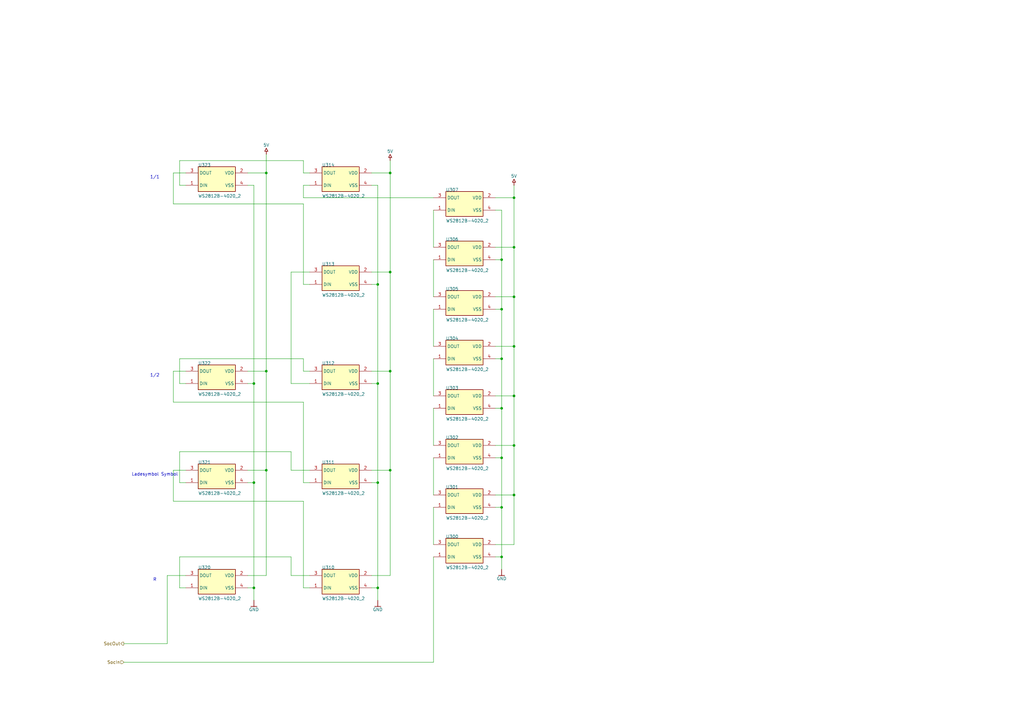
<source format=kicad_sch>
(kicad_sch (version 20231120) (generator "eeschema") (generator_version "8.0")
  (paper "A3")
  (lib_symbols
    (symbol "Speedometer_Tech-altium-import:5V_ARROW" (power)
      (property "Reference" "#PWR" (at 0 0 0))
      (property "Value" "5V" (at 0 3.81 0))
      (symbol "5V_ARROW_0_0"
        (polyline (pts (xy 0 0) (xy 0 -1.27)) (stroke (width 0.254)))
        (polyline (pts (xy -0.635 -1.27) (xy 0.635 -1.27) (xy 0 -2.54) (xy -0.635 -1.27)) (stroke (width 0.254)))
        (pin power_in line (at 0 0 0) (length 0) hide (name "5V") (number ""))
      )
    )
    (symbol "Speedometer_Tech-altium-import:Designator_0_WS2812B-4020_2"
      (symbol "Designator_0_WS2812B-4020_2_1_0"
        (rectangle (start 7.62 5.08) (end -7.62 -5.08) (stroke (width 0.254) (color 128 0 0 1)) (fill (type background)))
        (pin input line (at -12.7 -2.54 0) (length 5.08) (name "DIN") (number "1"))
        (pin power_in line (at 12.7 2.54 180) (length 5.08) (name "VDD") (number "2"))
        (pin output line (at -12.7 2.54 0) (length 5.08) (name "DOUT") (number "3"))
        (pin power_in line (at 12.7 -2.54 180) (length 5.08) (name "VSS") (number "4"))
      )
    )
    (symbol "Speedometer_Tech-altium-import:GND_BAR" (power)
      (property "Reference" "#PWR" (at 0 0 0))
      (property "Value" "GND" (at 0 3.81 0))
      (symbol "GND_BAR_0_0"
        (polyline (pts (xy -1.27 -2.54) (xy 1.27 -2.54)) (stroke (width 0.254)))
        (polyline (pts (xy 0 0) (xy 0 -2.54)) (stroke (width 0.254)))
        (pin power_in line (at 0 0 0) (length 0) hide (name "GND") (number ""))
      )
    )
  )
  (junction (at 154.94 197.9422))
  (junction (at 210.82 81.1022))
  (junction (at 205.74 106.5022))
  (junction (at 154.94 116.6622))
  (junction (at 210.82 101.4222))
  (junction (at 109.22 152.2222))
  (junction (at 205.74 147.1422))
  (junction (at 205.74 208.1022))
  (junction (at 205.74 228.4222))
  (junction (at 205.74 187.7822))
  (junction (at 160.02 152.2222))
  (junction (at 205.74 126.8222))
  (junction (at 104.14 157.3022))
  (junction (at 154.94 157.3022))
  (junction (at 210.82 182.7022))
  (junction (at 160.02 70.9422))
  (junction (at 210.82 203.0222))
  (junction (at 160.02 192.8622))
  (junction (at 210.82 162.3822))
  (junction (at 104.14 197.9422))
  (junction (at 210.82 142.0622))
  (junction (at 210.82 121.7422))
  (junction (at 104.14 241.1222))
  (junction (at 154.94 241.1222))
  (junction (at 160.02 111.5822))
  (junction (at 109.22 192.8622))
  (junction (at 205.74 167.4622))
  (junction (at 109.22 70.9422))
  (wire (pts (xy 152.4 197.9422) (xy 154.94 197.9422)))
  (wire (pts (xy 124.46 116.6622) (xy 127 116.6622)))
  (wire (pts (xy 101.6 197.9422) (xy 104.14 197.9422)))
  (wire (pts (xy 124.46 197.9422) (xy 127 197.9422)))
  (wire (pts (xy 101.6 76.0222) (xy 104.14 76.0222)))
  (wire (pts (xy 177.8 81.1022) (xy 124.46 81.1022)))
  (wire (pts (xy 203.2 81.1022) (xy 210.82 81.1022)))
  (wire (pts (xy 203.2 106.5022) (xy 205.74 106.5022)))
  (wire (pts (xy 119.38 192.8622) (xy 119.38 185.2422)))
  (wire (pts (xy 152.4 76.0222) (xy 154.94 76.0222)))
  (wire (pts (xy 154.94 157.3022) (xy 154.94 197.9422)))
  (wire (pts (xy 124.46 205.5622) (xy 124.46 241.1222)))
  (wire (pts (xy 205.74 106.5022) (xy 205.74 86.1822)))
  (wire (pts (xy 124.46 76.0222) (xy 127 76.0222)))
  (wire (pts (xy 177.8 203.0222) (xy 177.8 187.7822)))
  (wire (pts (xy 124.46 81.1022) (xy 124.46 76.0222)))
  (wire (pts (xy 124.46 70.9422) (xy 124.46 65.8622)))
  (wire (pts (xy 104.14 241.1222) (xy 104.14 246.2022)))
  (wire (pts (xy 210.82 101.4222) (xy 210.82 81.1022)))
  (wire (pts (xy 101.6 70.9422) (xy 109.22 70.9422)))
  (wire (pts (xy 73.66 76.0222) (xy 76.2 76.0222)))
  (wire (pts (xy 205.74 147.1422) (xy 205.74 126.8222)))
  (wire (pts (xy 177.8 167.4622) (xy 177.8 182.7022)))
  (wire (pts (xy 73.66 241.1222) (xy 76.2 241.1222)))
  (wire (pts (xy 73.66 197.9422) (xy 76.2 197.9422)))
  (wire (pts (xy 205.74 86.1822) (xy 203.2 86.1822)))
  (wire (pts (xy 119.38 185.2422) (xy 73.66 185.2422)))
  (wire (pts (xy 124.46 65.8622) (xy 73.66 65.8622)))
  (wire (pts (xy 152.4 192.8622) (xy 160.02 192.8622)))
  (wire (pts (xy 76.2 236.0422) (xy 68.58 236.0422)))
  (wire (pts (xy 177.8 126.8222) (xy 177.8 142.0622)))
  (wire (pts (xy 203.2 162.3822) (xy 210.82 162.3822)))
  (wire (pts (xy 203.2 101.4222) (xy 210.82 101.4222)))
  (wire (pts (xy 73.66 147.1422) (xy 73.66 157.3022)))
  (wire (pts (xy 152.4 111.5822) (xy 160.02 111.5822)))
  (wire (pts (xy 119.38 157.3022) (xy 127 157.3022)))
  (wire (pts (xy 71.12 192.8622) (xy 71.12 205.5622)))
  (wire (pts (xy 210.82 81.1022) (xy 210.82 76.0222)))
  (wire (pts (xy 205.74 233.5022) (xy 205.74 228.4222)))
  (wire (pts (xy 203.2 126.8222) (xy 205.74 126.8222)))
  (wire (pts (xy 160.02 192.8622) (xy 160.02 236.0422)))
  (wire (pts (xy 210.82 223.3422) (xy 210.82 203.0222)))
  (wire (pts (xy 210.82 121.7422) (xy 210.82 101.4222)))
  (wire (pts (xy 152.4 157.3022) (xy 154.94 157.3022)))
  (wire (pts (xy 203.2 223.3422) (xy 210.82 223.3422)))
  (wire (pts (xy 152.4 152.2222) (xy 160.02 152.2222)))
  (wire (pts (xy 205.74 187.7822) (xy 205.74 167.4622)))
  (wire (pts (xy 205.74 167.4622) (xy 205.74 147.1422)))
  (wire (pts (xy 210.82 142.0622) (xy 210.82 121.7422)))
  (wire (pts (xy 101.6 241.1222) (xy 104.14 241.1222)))
  (wire (pts (xy 104.14 157.3022) (xy 104.14 197.9422)))
  (wire (pts (xy 109.22 70.9422) (xy 109.22 152.2222)))
  (wire (pts (xy 152.4 70.9422) (xy 160.02 70.9422)))
  (wire (pts (xy 203.2 203.0222) (xy 210.82 203.0222)))
  (wire (pts (xy 154.94 241.1222) (xy 154.94 246.2022)))
  (wire (pts (xy 119.38 111.5822) (xy 119.38 157.3022)))
  (wire (pts (xy 203.2 167.4622) (xy 205.74 167.4622)))
  (wire (pts (xy 160.02 152.2222) (xy 160.02 192.8622)))
  (wire (pts (xy 73.66 228.4222) (xy 73.66 241.1222)))
  (wire (pts (xy 71.12 205.5622) (xy 124.46 205.5622)))
  (wire (pts (xy 119.38 228.4222) (xy 73.66 228.4222)))
  (wire (pts (xy 109.22 152.2222) (xy 109.22 192.8622)))
  (wire (pts (xy 124.46 152.2222) (xy 124.46 147.1422)))
  (wire (pts (xy 104.14 76.0222) (xy 104.14 157.3022)))
  (wire (pts (xy 177.8 228.4222) (xy 177.8 271.6022)))
  (wire (pts (xy 177.8 101.4222) (xy 177.8 86.1822)))
  (wire (pts (xy 154.94 76.0222) (xy 154.94 116.6622)))
  (wire (pts (xy 203.2 182.7022) (xy 210.82 182.7022)))
  (wire (pts (xy 210.82 182.7022) (xy 210.82 162.3822)))
  (wire (pts (xy 127 192.8622) (xy 119.38 192.8622)))
  (wire (pts (xy 127 152.2222) (xy 124.46 152.2222)))
  (wire (pts (xy 177.8 208.1022) (xy 177.8 223.3422)))
  (wire (pts (xy 160.02 70.9422) (xy 160.02 65.8622)))
  (wire (pts (xy 210.82 203.0222) (xy 210.82 182.7022)))
  (wire (pts (xy 160.02 236.0422) (xy 152.4 236.0422)))
  (wire (pts (xy 127 70.9422) (xy 124.46 70.9422)))
  (wire (pts (xy 203.2 208.1022) (xy 205.74 208.1022)))
  (wire (pts (xy 160.02 111.5822) (xy 160.02 152.2222)))
  (wire (pts (xy 68.58 263.9822) (xy 50.8 263.9822)))
  (wire (pts (xy 109.22 192.8622) (xy 109.22 236.0422)))
  (wire (pts (xy 71.12 164.9222) (xy 124.46 164.9222)))
  (wire (pts (xy 152.4 241.1222) (xy 154.94 241.1222)))
  (wire (pts (xy 152.4 116.6622) (xy 154.94 116.6622)))
  (wire (pts (xy 124.46 241.1222) (xy 127 241.1222)))
  (wire (pts (xy 205.74 126.8222) (xy 205.74 106.5022)))
  (wire (pts (xy 210.82 162.3822) (xy 210.82 142.0622)))
  (wire (pts (xy 154.94 116.6622) (xy 154.94 157.3022)))
  (wire (pts (xy 71.12 152.2222) (xy 71.12 164.9222)))
  (wire (pts (xy 127 111.5822) (xy 119.38 111.5822)))
  (wire (pts (xy 73.66 185.2422) (xy 73.66 197.9422)))
  (wire (pts (xy 154.94 197.9422) (xy 154.94 241.1222)))
  (wire (pts (xy 101.6 152.2222) (xy 109.22 152.2222)))
  (wire (pts (xy 73.66 65.8622) (xy 73.66 76.0222)))
  (wire (pts (xy 203.2 187.7822) (xy 205.74 187.7822)))
  (wire (pts (xy 177.8 147.1422) (xy 177.8 162.3822)))
  (wire (pts (xy 68.58 236.0422) (xy 68.58 263.9822)))
  (wire (pts (xy 177.8 106.5022) (xy 177.8 121.7422)))
  (wire (pts (xy 109.22 236.0422) (xy 101.6 236.0422)))
  (wire (pts (xy 124.46 147.1422) (xy 73.66 147.1422)))
  (wire (pts (xy 177.8 271.6022) (xy 50.8 271.6022)))
  (wire (pts (xy 104.14 197.9422) (xy 104.14 241.1222)))
  (wire (pts (xy 124.46 83.6422) (xy 124.46 116.6622)))
  (wire (pts (xy 71.12 70.9422) (xy 71.12 83.6422)))
  (wire (pts (xy 73.66 157.3022) (xy 76.2 157.3022)))
  (wire (pts (xy 205.74 208.1022) (xy 205.74 187.7822)))
  (wire (pts (xy 203.2 121.7422) (xy 210.82 121.7422)))
  (wire (pts (xy 119.38 236.0422) (xy 119.38 228.4222)))
  (wire (pts (xy 109.22 70.9422) (xy 109.22 63.3222)))
  (wire (pts (xy 124.46 164.9222) (xy 124.46 197.9422)))
  (wire (pts (xy 127 236.0422) (xy 119.38 236.0422)))
  (wire (pts (xy 160.02 70.9422) (xy 160.02 111.5822)))
  (wire (pts (xy 76.2 192.8622) (xy 71.12 192.8622)))
  (wire (pts (xy 71.12 83.6422) (xy 124.46 83.6422)))
  (wire (pts (xy 203.2 228.4222) (xy 205.74 228.4222)))
  (wire (pts (xy 76.2 152.2222) (xy 71.12 152.2222)))
  (wire (pts (xy 205.74 228.4222) (xy 205.74 208.1022)))
  (wire (pts (xy 101.6 192.8622) (xy 109.22 192.8622)))
  (wire (pts (xy 76.2 70.9422) (xy 71.12 70.9422)))
  (wire (pts (xy 101.6 157.3022) (xy 104.14 157.3022)))
  (wire (pts (xy 203.2 147.1422) (xy 205.74 147.1422)))
  (wire (pts (xy 203.2 142.0622) (xy 210.82 142.0622)))
  (text "R" (at 63.5 238.5822 0) (effects (font (size 1.27 1.27)) (justify bottom)))
  (text "1/2" (at 63.5 154.7622 0) (effects (font (size 1.27 1.27)) (justify bottom)))
  (text "1/1" (at 63.5 73.4822 0) (effects (font (size 1.27 1.27)) (justify bottom)))
  (text "Ladesymbol Symbol" (at 63.5 195.4022 0) (effects (font (size 1.27 1.27)) (justify bottom)))
  (hierarchical_label "SocOut" (shape output) (at 50.8 263.9822 180))
  (hierarchical_label "SocIn" (shape input) (at 50.8 271.6022 180))
  (symbol (lib_id "Speedometer_Tech-altium-import:Designator_0_WS2812B-4020_2") (at 139.7 238.5822 0) (unit 1)
    (property "Reference" "U310" (at 132.08 233.5022 0) (effects (justify left bottom)))
    (property "Value" "WS2812B-4020_2" (at 132.08 246.2022 0) (effects (justify left bottom)))
    (property "Footprint" "LED_WS2812B-4020" (effects (hide yes)))
    (property "Description" "12mA RGB SMD,2x4mm Light Emitting Diodes" (effects (hide yes)))
    (property "PRICE" "None" (effects (hide yes)))
    (property "MP" "WS2812B-4020" (effects (hide yes)))
    (property "AVAILABILITY" "Not in stock" (effects (hide yes)))
    (property "SNAPEDA_LINK" "https://www.snapeda.com/parts/WS2812B-4020/Worldsemi/view-part/?ref=snap" (effects (hide yes)))
    (property "CHECK_PRICES" "https://www.snapeda.com/parts/WS2812B-4020/Worldsemi/view-part/?ref=eda" (effects (hide yes)))
    (property "ALTIUM_VALUE" "*" (effects (hide yes)))
    (property "PACKAGE" "Package" (effects (hide yes)))
    (property "MF" "Worldsemi" (effects (hide yes)))
  )
  (symbol (lib_id "Speedometer_Tech-altium-import:GND_BAR") (at 205.74 233.5022 0) (unit 1)
    (property "Reference" "#PWR?" (effects (hide yes)))
    (property "Value" "GND" (at 205.74 237.3122 0))
  )
  (symbol (lib_id "Speedometer_Tech-altium-import:5V_ARROW") (at 109.22 63.3222 180) (unit 1)
    (property "Reference" "#PWR?" (effects (hide yes)))
    (property "Value" "5V" (at 109.22 59.5122 0))
  )
  (symbol (lib_id "Speedometer_Tech-altium-import:Designator_0_WS2812B-4020_2") (at 190.5 185.2422 0) (unit 1)
    (property "Reference" "U302" (at 182.88 180.1622 0) (effects (justify left bottom)))
    (property "Value" "WS2812B-4020_2" (at 182.88 192.8622 0) (effects (justify left bottom)))
    (property "Footprint" "LED_WS2812B-4020" (effects (hide yes)))
    (property "Description" "12mA RGB SMD,2x4mm Light Emitting Diodes" (effects (hide yes)))
    (property "PRICE" "None" (effects (hide yes)))
    (property "MP" "WS2812B-4020" (effects (hide yes)))
    (property "AVAILABILITY" "Not in stock" (effects (hide yes)))
    (property "SNAPEDA_LINK" "https://www.snapeda.com/parts/WS2812B-4020/Worldsemi/view-part/?ref=snap" (effects (hide yes)))
    (property "CHECK_PRICES" "https://www.snapeda.com/parts/WS2812B-4020/Worldsemi/view-part/?ref=eda" (effects (hide yes)))
    (property "ALTIUM_VALUE" "*" (effects (hide yes)))
    (property "PACKAGE" "Package" (effects (hide yes)))
    (property "MF" "Worldsemi" (effects (hide yes)))
  )
  (symbol (lib_id "Speedometer_Tech-altium-import:Designator_0_WS2812B-4020_2") (at 139.7 114.1222 0) (unit 1)
    (property "Reference" "U313" (at 132.08 109.0422 0) (effects (justify left bottom)))
    (property "Value" "WS2812B-4020_2" (at 132.08 121.7422 0) (effects (justify left bottom)))
    (property "Footprint" "LED_WS2812B-4020" (effects (hide yes)))
    (property "Description" "12mA RGB SMD,2x4mm Light Emitting Diodes" (effects (hide yes)))
    (property "PRICE" "None" (effects (hide yes)))
    (property "MP" "WS2812B-4020" (effects (hide yes)))
    (property "AVAILABILITY" "Not in stock" (effects (hide yes)))
    (property "SNAPEDA_LINK" "https://www.snapeda.com/parts/WS2812B-4020/Worldsemi/view-part/?ref=snap" (effects (hide yes)))
    (property "CHECK_PRICES" "https://www.snapeda.com/parts/WS2812B-4020/Worldsemi/view-part/?ref=eda" (effects (hide yes)))
    (property "ALTIUM_VALUE" "*" (effects (hide yes)))
    (property "PACKAGE" "Package" (effects (hide yes)))
    (property "MF" "Worldsemi" (effects (hide yes)))
  )
  (symbol (lib_id "Speedometer_Tech-altium-import:Designator_0_WS2812B-4020_2") (at 190.5 83.6422 0) (unit 1)
    (property "Reference" "U307" (at 182.88 78.5622 0) (effects (justify left bottom)))
    (property "Value" "WS2812B-4020_2" (at 182.88 91.2622 0) (effects (justify left bottom)))
    (property "Footprint" "LED_WS2812B-4020" (effects (hide yes)))
    (property "Description" "12mA RGB SMD,2x4mm Light Emitting Diodes" (effects (hide yes)))
    (property "PRICE" "None" (effects (hide yes)))
    (property "MP" "WS2812B-4020" (effects (hide yes)))
    (property "AVAILABILITY" "Not in stock" (effects (hide yes)))
    (property "SNAPEDA_LINK" "https://www.snapeda.com/parts/WS2812B-4020/Worldsemi/view-part/?ref=snap" (effects (hide yes)))
    (property "CHECK_PRICES" "https://www.snapeda.com/parts/WS2812B-4020/Worldsemi/view-part/?ref=eda" (effects (hide yes)))
    (property "ALTIUM_VALUE" "*" (effects (hide yes)))
    (property "PACKAGE" "Package" (effects (hide yes)))
    (property "MF" "Worldsemi" (effects (hide yes)))
  )
  (symbol (lib_id "Speedometer_Tech-altium-import:Designator_0_WS2812B-4020_2") (at 88.9 154.7622 0) (unit 1)
    (property "Reference" "U322" (at 81.28 149.6822 0) (effects (justify left bottom)))
    (property "Value" "WS2812B-4020_2" (at 81.28 162.3822 0) (effects (justify left bottom)))
    (property "Footprint" "LED_WS2812B-4020" (effects (hide yes)))
    (property "Description" "12mA RGB SMD,2x4mm Light Emitting Diodes" (effects (hide yes)))
    (property "PRICE" "None" (effects (hide yes)))
    (property "MP" "WS2812B-4020" (effects (hide yes)))
    (property "AVAILABILITY" "Not in stock" (effects (hide yes)))
    (property "SNAPEDA_LINK" "https://www.snapeda.com/parts/WS2812B-4020/Worldsemi/view-part/?ref=snap" (effects (hide yes)))
    (property "CHECK_PRICES" "https://www.snapeda.com/parts/WS2812B-4020/Worldsemi/view-part/?ref=eda" (effects (hide yes)))
    (property "ALTIUM_VALUE" "*" (effects (hide yes)))
    (property "PACKAGE" "Package" (effects (hide yes)))
    (property "MF" "Worldsemi" (effects (hide yes)))
  )
  (symbol (lib_id "Speedometer_Tech-altium-import:Designator_0_WS2812B-4020_2") (at 139.7 195.4022 0) (unit 1)
    (property "Reference" "U311" (at 132.08 190.3222 0) (effects (justify left bottom)))
    (property "Value" "WS2812B-4020_2" (at 132.08 203.0222 0) (effects (justify left bottom)))
    (property "Footprint" "LED_WS2812B-4020" (effects (hide yes)))
    (property "Description" "12mA RGB SMD,2x4mm Light Emitting Diodes" (effects (hide yes)))
    (property "PRICE" "None" (effects (hide yes)))
    (property "MP" "WS2812B-4020" (effects (hide yes)))
    (property "AVAILABILITY" "Not in stock" (effects (hide yes)))
    (property "SNAPEDA_LINK" "https://www.snapeda.com/parts/WS2812B-4020/Worldsemi/view-part/?ref=snap" (effects (hide yes)))
    (property "CHECK_PRICES" "https://www.snapeda.com/parts/WS2812B-4020/Worldsemi/view-part/?ref=eda" (effects (hide yes)))
    (property "ALTIUM_VALUE" "*" (effects (hide yes)))
    (property "PACKAGE" "Package" (effects (hide yes)))
    (property "MF" "Worldsemi" (effects (hide yes)))
  )
  (symbol (lib_id "Speedometer_Tech-altium-import:Designator_0_WS2812B-4020_2") (at 88.9 195.4022 0) (unit 1)
    (property "Reference" "U321" (at 81.28 190.3222 0) (effects (justify left bottom)))
    (property "Value" "WS2812B-4020_2" (at 81.28 203.0222 0) (effects (justify left bottom)))
    (property "Footprint" "LED_WS2812B-4020" (effects (hide yes)))
    (property "Description" "12mA RGB SMD,2x4mm Light Emitting Diodes" (effects (hide yes)))
    (property "PRICE" "None" (effects (hide yes)))
    (property "MP" "WS2812B-4020" (effects (hide yes)))
    (property "AVAILABILITY" "Not in stock" (effects (hide yes)))
    (property "SNAPEDA_LINK" "https://www.snapeda.com/parts/WS2812B-4020/Worldsemi/view-part/?ref=snap" (effects (hide yes)))
    (property "CHECK_PRICES" "https://www.snapeda.com/parts/WS2812B-4020/Worldsemi/view-part/?ref=eda" (effects (hide yes)))
    (property "ALTIUM_VALUE" "*" (effects (hide yes)))
    (property "PACKAGE" "Package" (effects (hide yes)))
    (property "MF" "Worldsemi" (effects (hide yes)))
  )
  (symbol (lib_id "Speedometer_Tech-altium-import:Designator_0_WS2812B-4020_2") (at 190.5 124.2822 0) (unit 1)
    (property "Reference" "U305" (at 182.88 119.2022 0) (effects (justify left bottom)))
    (property "Value" "WS2812B-4020_2" (at 182.88 131.9022 0) (effects (justify left bottom)))
    (property "Footprint" "LED_WS2812B-4020" (effects (hide yes)))
    (property "Description" "12mA RGB SMD,2x4mm Light Emitting Diodes" (effects (hide yes)))
    (property "PRICE" "None" (effects (hide yes)))
    (property "MP" "WS2812B-4020" (effects (hide yes)))
    (property "AVAILABILITY" "Not in stock" (effects (hide yes)))
    (property "SNAPEDA_LINK" "https://www.snapeda.com/parts/WS2812B-4020/Worldsemi/view-part/?ref=snap" (effects (hide yes)))
    (property "CHECK_PRICES" "https://www.snapeda.com/parts/WS2812B-4020/Worldsemi/view-part/?ref=eda" (effects (hide yes)))
    (property "ALTIUM_VALUE" "*" (effects (hide yes)))
    (property "PACKAGE" "Package" (effects (hide yes)))
    (property "MF" "Worldsemi" (effects (hide yes)))
  )
  (symbol (lib_id "Speedometer_Tech-altium-import:Designator_0_WS2812B-4020_2") (at 190.5 103.9622 0) (unit 1)
    (property "Reference" "U306" (at 182.88 98.8822 0) (effects (justify left bottom)))
    (property "Value" "WS2812B-4020_2" (at 182.88 111.5822 0) (effects (justify left bottom)))
    (property "Footprint" "LED_WS2812B-4020" (effects (hide yes)))
    (property "Description" "12mA RGB SMD,2x4mm Light Emitting Diodes" (effects (hide yes)))
    (property "PRICE" "None" (effects (hide yes)))
    (property "MP" "WS2812B-4020" (effects (hide yes)))
    (property "AVAILABILITY" "Not in stock" (effects (hide yes)))
    (property "SNAPEDA_LINK" "https://www.snapeda.com/parts/WS2812B-4020/Worldsemi/view-part/?ref=snap" (effects (hide yes)))
    (property "CHECK_PRICES" "https://www.snapeda.com/parts/WS2812B-4020/Worldsemi/view-part/?ref=eda" (effects (hide yes)))
    (property "ALTIUM_VALUE" "*" (effects (hide yes)))
    (property "PACKAGE" "Package" (effects (hide yes)))
    (property "MF" "Worldsemi" (effects (hide yes)))
  )
  (symbol (lib_id "Speedometer_Tech-altium-import:5V_ARROW") (at 160.02 65.8622 180) (unit 1)
    (property "Reference" "#PWR?" (effects (hide yes)))
    (property "Value" "5V" (at 160.02 62.0522 0))
  )
  (symbol (lib_id "Speedometer_Tech-altium-import:Designator_0_WS2812B-4020_2") (at 190.5 144.6022 0) (unit 1)
    (property "Reference" "U304" (at 182.88 139.5222 0) (effects (justify left bottom)))
    (property "Value" "WS2812B-4020_2" (at 182.88 152.2222 0) (effects (justify left bottom)))
    (property "Footprint" "LED_WS2812B-4020" (effects (hide yes)))
    (property "Description" "12mA RGB SMD,2x4mm Light Emitting Diodes" (effects (hide yes)))
    (property "PRICE" "None" (effects (hide yes)))
    (property "MP" "WS2812B-4020" (effects (hide yes)))
    (property "AVAILABILITY" "Not in stock" (effects (hide yes)))
    (property "SNAPEDA_LINK" "https://www.snapeda.com/parts/WS2812B-4020/Worldsemi/view-part/?ref=snap" (effects (hide yes)))
    (property "CHECK_PRICES" "https://www.snapeda.com/parts/WS2812B-4020/Worldsemi/view-part/?ref=eda" (effects (hide yes)))
    (property "ALTIUM_VALUE" "*" (effects (hide yes)))
    (property "PACKAGE" "Package" (effects (hide yes)))
    (property "MF" "Worldsemi" (effects (hide yes)))
  )
  (symbol (lib_id "Speedometer_Tech-altium-import:GND_BAR") (at 104.14 246.2022 0) (unit 1)
    (property "Reference" "#PWR?" (effects (hide yes)))
    (property "Value" "GND" (at 104.14 250.0122 0))
  )
  (symbol (lib_id "Speedometer_Tech-altium-import:Designator_0_WS2812B-4020_2") (at 139.7 154.7622 0) (unit 1)
    (property "Reference" "U312" (at 132.08 149.6822 0) (effects (justify left bottom)))
    (property "Value" "WS2812B-4020_2" (at 132.08 162.3822 0) (effects (justify left bottom)))
    (property "Footprint" "LED_WS2812B-4020" (effects (hide yes)))
    (property "Description" "12mA RGB SMD,2x4mm Light Emitting Diodes" (effects (hide yes)))
    (property "PRICE" "None" (effects (hide yes)))
    (property "MP" "WS2812B-4020" (effects (hide yes)))
    (property "AVAILABILITY" "Not in stock" (effects (hide yes)))
    (property "SNAPEDA_LINK" "https://www.snapeda.com/parts/WS2812B-4020/Worldsemi/view-part/?ref=snap" (effects (hide yes)))
    (property "CHECK_PRICES" "https://www.snapeda.com/parts/WS2812B-4020/Worldsemi/view-part/?ref=eda" (effects (hide yes)))
    (property "ALTIUM_VALUE" "*" (effects (hide yes)))
    (property "PACKAGE" "Package" (effects (hide yes)))
    (property "MF" "Worldsemi" (effects (hide yes)))
  )
  (symbol (lib_id "Speedometer_Tech-altium-import:Designator_0_WS2812B-4020_2") (at 190.5 205.5622 0) (unit 1)
    (property "Reference" "U301" (at 182.88 200.4822 0) (effects (justify left bottom)))
    (property "Value" "WS2812B-4020_2" (at 182.88 213.1822 0) (effects (justify left bottom)))
    (property "Footprint" "LED_WS2812B-4020" (effects (hide yes)))
    (property "Description" "12mA RGB SMD,2x4mm Light Emitting Diodes" (effects (hide yes)))
    (property "PRICE" "None" (effects (hide yes)))
    (property "MP" "WS2812B-4020" (effects (hide yes)))
    (property "AVAILABILITY" "Not in stock" (effects (hide yes)))
    (property "SNAPEDA_LINK" "https://www.snapeda.com/parts/WS2812B-4020/Worldsemi/view-part/?ref=snap" (effects (hide yes)))
    (property "CHECK_PRICES" "https://www.snapeda.com/parts/WS2812B-4020/Worldsemi/view-part/?ref=eda" (effects (hide yes)))
    (property "ALTIUM_VALUE" "*" (effects (hide yes)))
    (property "PACKAGE" "Package" (effects (hide yes)))
    (property "MF" "Worldsemi" (effects (hide yes)))
  )
  (symbol (lib_id "Speedometer_Tech-altium-import:GND_BAR") (at 154.94 246.2022 0) (unit 1)
    (property "Reference" "#PWR?" (effects (hide yes)))
    (property "Value" "GND" (at 154.94 250.0122 0))
  )
  (symbol (lib_id "Speedometer_Tech-altium-import:5V_ARROW") (at 210.82 76.0222 180) (unit 1)
    (property "Reference" "#PWR?" (effects (hide yes)))
    (property "Value" "5V" (at 210.82 72.2122 0))
  )
  (symbol (lib_id "Speedometer_Tech-altium-import:Designator_0_WS2812B-4020_2") (at 190.5 164.9222 0) (unit 1)
    (property "Reference" "U303" (at 182.88 159.8422 0) (effects (justify left bottom)))
    (property "Value" "WS2812B-4020_2" (at 182.88 172.5422 0) (effects (justify left bottom)))
    (property "Footprint" "LED_WS2812B-4020" (effects (hide yes)))
    (property "Description" "12mA RGB SMD,2x4mm Light Emitting Diodes" (effects (hide yes)))
    (property "PRICE" "None" (effects (hide yes)))
    (property "MP" "WS2812B-4020" (effects (hide yes)))
    (property "AVAILABILITY" "Not in stock" (effects (hide yes)))
    (property "SNAPEDA_LINK" "https://www.snapeda.com/parts/WS2812B-4020/Worldsemi/view-part/?ref=snap" (effects (hide yes)))
    (property "CHECK_PRICES" "https://www.snapeda.com/parts/WS2812B-4020/Worldsemi/view-part/?ref=eda" (effects (hide yes)))
    (property "ALTIUM_VALUE" "*" (effects (hide yes)))
    (property "PACKAGE" "Package" (effects (hide yes)))
    (property "MF" "Worldsemi" (effects (hide yes)))
  )
  (symbol (lib_id "Speedometer_Tech-altium-import:Designator_0_WS2812B-4020_2") (at 190.5 225.8822 0) (unit 1)
    (property "Reference" "U300" (at 182.88 220.8022 0) (effects (justify left bottom)))
    (property "Value" "WS2812B-4020_2" (at 182.88 233.5022 0) (effects (justify left bottom)))
    (property "Footprint" "LED_WS2812B-4020" (effects (hide yes)))
    (property "Description" "12mA RGB SMD,2x4mm Light Emitting Diodes" (effects (hide yes)))
    (property "PRICE" "None" (effects (hide yes)))
    (property "MP" "WS2812B-4020" (effects (hide yes)))
    (property "AVAILABILITY" "Not in stock" (effects (hide yes)))
    (property "SNAPEDA_LINK" "https://www.snapeda.com/parts/WS2812B-4020/Worldsemi/view-part/?ref=snap" (effects (hide yes)))
    (property "CHECK_PRICES" "https://www.snapeda.com/parts/WS2812B-4020/Worldsemi/view-part/?ref=eda" (effects (hide yes)))
    (property "ALTIUM_VALUE" "*" (effects (hide yes)))
    (property "PACKAGE" "Package" (effects (hide yes)))
    (property "MF" "Worldsemi" (effects (hide yes)))
  )
  (symbol (lib_id "Speedometer_Tech-altium-import:Designator_0_WS2812B-4020_2") (at 88.9 73.4822 0) (unit 1)
    (property "Reference" "U323" (at 81.28 68.4022 0) (effects (justify left bottom)))
    (property "Value" "WS2812B-4020_2" (at 81.28 81.1022 0) (effects (justify left bottom)))
    (property "Footprint" "LED_WS2812B-4020" (effects (hide yes)))
    (property "Description" "12mA RGB SMD,2x4mm Light Emitting Diodes" (effects (hide yes)))
    (property "PRICE" "None" (effects (hide yes)))
    (property "MP" "WS2812B-4020" (effects (hide yes)))
    (property "AVAILABILITY" "Not in stock" (effects (hide yes)))
    (property "SNAPEDA_LINK" "https://www.snapeda.com/parts/WS2812B-4020/Worldsemi/view-part/?ref=snap" (effects (hide yes)))
    (property "CHECK_PRICES" "https://www.snapeda.com/parts/WS2812B-4020/Worldsemi/view-part/?ref=eda" (effects (hide yes)))
    (property "ALTIUM_VALUE" "*" (effects (hide yes)))
    (property "PACKAGE" "Package" (effects (hide yes)))
    (property "MF" "Worldsemi" (effects (hide yes)))
  )
  (symbol (lib_id "Speedometer_Tech-altium-import:Designator_0_WS2812B-4020_2") (at 88.9 238.5822 0) (unit 1)
    (property "Reference" "U320" (at 81.28 233.5022 0) (effects (justify left bottom)))
    (property "Value" "WS2812B-4020_2" (at 81.28 246.2022 0) (effects (justify left bottom)))
    (property "Footprint" "LED_WS2812B-4020" (effects (hide yes)))
    (property "Description" "12mA RGB SMD,2x4mm Light Emitting Diodes" (effects (hide yes)))
    (property "PRICE" "None" (effects (hide yes)))
    (property "MP" "WS2812B-4020" (effects (hide yes)))
    (property "AVAILABILITY" "Not in stock" (effects (hide yes)))
    (property "SNAPEDA_LINK" "https://www.snapeda.com/parts/WS2812B-4020/Worldsemi/view-part/?ref=snap" (effects (hide yes)))
    (property "CHECK_PRICES" "https://www.snapeda.com/parts/WS2812B-4020/Worldsemi/view-part/?ref=eda" (effects (hide yes)))
    (property "ALTIUM_VALUE" "*" (effects (hide yes)))
    (property "PACKAGE" "Package" (effects (hide yes)))
    (property "MF" "Worldsemi" (effects (hide yes)))
  )
  (symbol (lib_id "Speedometer_Tech-altium-import:Designator_0_WS2812B-4020_2") (at 139.7 73.4822 0) (unit 1)
    (property "Reference" "U314" (at 132.08 68.4022 0) (effects (justify left bottom)))
    (property "Value" "WS2812B-4020_2" (at 132.08 81.1022 0) (effects (justify left bottom)))
    (property "Footprint" "LED_WS2812B-4020" (effects (hide yes)))
    (property "Description" "12mA RGB SMD,2x4mm Light Emitting Diodes" (effects (hide yes)))
    (property "PRICE" "None" (effects (hide yes)))
    (property "MP" "WS2812B-4020" (effects (hide yes)))
    (property "AVAILABILITY" "Not in stock" (effects (hide yes)))
    (property "SNAPEDA_LINK" "https://www.snapeda.com/parts/WS2812B-4020/Worldsemi/view-part/?ref=snap" (effects (hide yes)))
    (property "CHECK_PRICES" "https://www.snapeda.com/parts/WS2812B-4020/Worldsemi/view-part/?ref=eda" (effects (hide yes)))
    (property "ALTIUM_VALUE" "*" (effects (hide yes)))
    (property "PACKAGE" "Package" (effects (hide yes)))
    (property "MF" "Worldsemi" (effects (hide yes)))
  )
)
</source>
